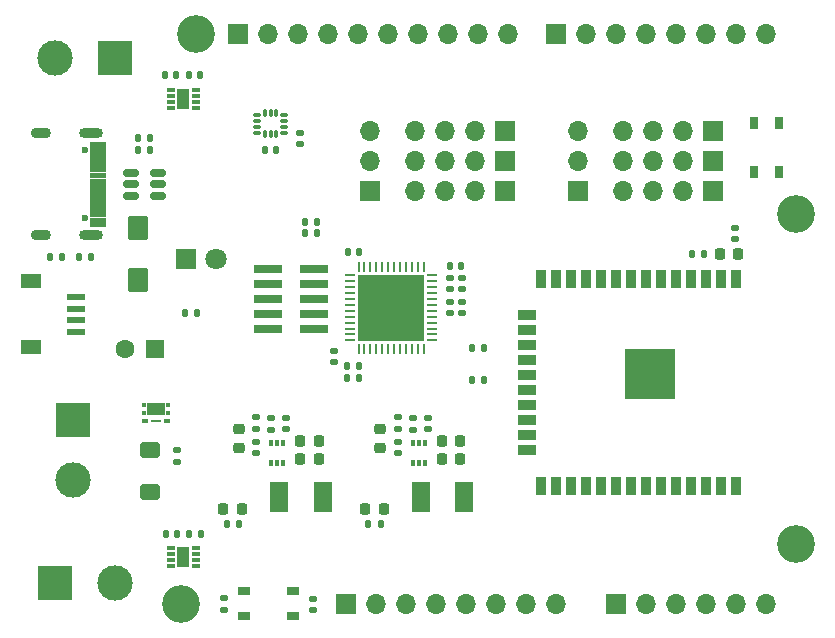
<source format=gbr>
%TF.GenerationSoftware,KiCad,Pcbnew,7.0.1*%
%TF.CreationDate,2023-08-18T21:24:28+01:00*%
%TF.ProjectId,101 PCB,31303120-5043-4422-9e6b-696361645f70,rev?*%
%TF.SameCoordinates,Original*%
%TF.FileFunction,Soldermask,Top*%
%TF.FilePolarity,Negative*%
%FSLAX46Y46*%
G04 Gerber Fmt 4.6, Leading zero omitted, Abs format (unit mm)*
G04 Created by KiCad (PCBNEW 7.0.1) date 2023-08-18 21:24:28*
%MOMM*%
%LPD*%
G01*
G04 APERTURE LIST*
G04 Aperture macros list*
%AMRoundRect*
0 Rectangle with rounded corners*
0 $1 Rounding radius*
0 $2 $3 $4 $5 $6 $7 $8 $9 X,Y pos of 4 corners*
0 Add a 4 corners polygon primitive as box body*
4,1,4,$2,$3,$4,$5,$6,$7,$8,$9,$2,$3,0*
0 Add four circle primitives for the rounded corners*
1,1,$1+$1,$2,$3*
1,1,$1+$1,$4,$5*
1,1,$1+$1,$6,$7*
1,1,$1+$1,$8,$9*
0 Add four rect primitives between the rounded corners*
20,1,$1+$1,$2,$3,$4,$5,0*
20,1,$1+$1,$4,$5,$6,$7,0*
20,1,$1+$1,$6,$7,$8,$9,0*
20,1,$1+$1,$8,$9,$2,$3,0*%
G04 Aperture macros list end*
%ADD10C,0.010000*%
%ADD11R,0.300000X0.475000*%
%ADD12RoundRect,0.135000X-0.135000X-0.185000X0.135000X-0.185000X0.135000X0.185000X-0.135000X0.185000X0*%
%ADD13RoundRect,0.135000X0.135000X0.185000X-0.135000X0.185000X-0.135000X-0.185000X0.135000X-0.185000X0*%
%ADD14C,3.200000*%
%ADD15R,1.700000X1.700000*%
%ADD16O,1.700000X1.700000*%
%ADD17R,3.000000X3.000000*%
%ADD18C,3.000000*%
%ADD19RoundRect,0.236111X0.613889X-0.813889X0.613889X0.813889X-0.613889X0.813889X-0.613889X-0.813889X0*%
%ADD20RoundRect,0.140000X0.170000X-0.140000X0.170000X0.140000X-0.170000X0.140000X-0.170000X-0.140000X0*%
%ADD21RoundRect,0.140000X-0.170000X0.140000X-0.170000X-0.140000X0.170000X-0.140000X0.170000X0.140000X0*%
%ADD22RoundRect,0.140000X-0.140000X-0.170000X0.140000X-0.170000X0.140000X0.170000X-0.140000X0.170000X0*%
%ADD23RoundRect,0.087500X-0.225000X-0.087500X0.225000X-0.087500X0.225000X0.087500X-0.225000X0.087500X0*%
%ADD24RoundRect,0.087500X-0.087500X-0.225000X0.087500X-0.225000X0.087500X0.225000X-0.087500X0.225000X0*%
%ADD25RoundRect,0.225000X0.250000X-0.225000X0.250000X0.225000X-0.250000X0.225000X-0.250000X-0.225000X0*%
%ADD26RoundRect,0.140000X0.140000X0.170000X-0.140000X0.170000X-0.140000X-0.170000X0.140000X-0.170000X0*%
%ADD27C,0.600000*%
%ADD28O,2.000000X0.900000*%
%ADD29O,1.700000X0.900000*%
%ADD30R,0.700000X0.300000*%
%ADD31R,1.000000X1.700000*%
%ADD32R,1.050000X0.650000*%
%ADD33RoundRect,0.135000X-0.185000X0.135000X-0.185000X-0.135000X0.185000X-0.135000X0.185000X0.135000X0*%
%ADD34R,0.900000X1.500000*%
%ADD35R,1.500000X0.900000*%
%ADD36R,4.200000X4.200000*%
%ADD37RoundRect,0.250000X0.600000X-0.400000X0.600000X0.400000X-0.600000X0.400000X-0.600000X-0.400000X0*%
%ADD38R,1.550000X0.600000*%
%ADD39R,1.800000X1.200000*%
%ADD40R,1.600000X1.600000*%
%ADD41C,1.600000*%
%ADD42RoundRect,0.218750X-0.218750X-0.256250X0.218750X-0.256250X0.218750X0.256250X-0.218750X0.256250X0*%
%ADD43R,0.650000X1.050000*%
%ADD44RoundRect,0.225000X0.225000X0.250000X-0.225000X0.250000X-0.225000X-0.250000X0.225000X-0.250000X0*%
%ADD45R,1.500000X2.500000*%
%ADD46R,0.350000X0.400000*%
%ADD47R,0.500000X0.400000*%
%ADD48R,0.920000X0.285000*%
%ADD49R,1.600000X1.050000*%
%ADD50RoundRect,0.225000X-0.225000X-0.250000X0.225000X-0.250000X0.225000X0.250000X-0.225000X0.250000X0*%
%ADD51RoundRect,0.135000X0.185000X-0.135000X0.185000X0.135000X-0.185000X0.135000X-0.185000X-0.135000X0*%
%ADD52RoundRect,0.150000X0.512500X0.150000X-0.512500X0.150000X-0.512500X-0.150000X0.512500X-0.150000X0*%
%ADD53RoundRect,0.062500X0.062500X-0.375000X0.062500X0.375000X-0.062500X0.375000X-0.062500X-0.375000X0*%
%ADD54RoundRect,0.062500X0.375000X-0.062500X0.375000X0.062500X-0.375000X0.062500X-0.375000X-0.062500X0*%
%ADD55R,5.600000X5.600000*%
%ADD56R,2.400000X0.740000*%
%ADD57R,1.800000X1.800000*%
%ADD58C,1.800000*%
G04 APERTURE END LIST*
%TO.C,J101*%
D10*
X115170000Y-74850000D02*
X113930000Y-74850000D01*
X113930000Y-74150000D01*
X115170000Y-74150000D01*
X115170000Y-74850000D01*
G36*
X115170000Y-74850000D02*
G01*
X113930000Y-74850000D01*
X113930000Y-74150000D01*
X115170000Y-74150000D01*
X115170000Y-74850000D01*
G37*
X115170000Y-75650000D02*
X113930000Y-75650000D01*
X113930000Y-74950000D01*
X115170000Y-74950000D01*
X115170000Y-75650000D01*
G36*
X115170000Y-75650000D02*
G01*
X113930000Y-75650000D01*
X113930000Y-74950000D01*
X115170000Y-74950000D01*
X115170000Y-75650000D01*
G37*
X115170000Y-76150000D02*
X113930000Y-76150000D01*
X113930000Y-75750000D01*
X115170000Y-75750000D01*
X115170000Y-76150000D01*
G36*
X115170000Y-76150000D02*
G01*
X113930000Y-76150000D01*
X113930000Y-75750000D01*
X115170000Y-75750000D01*
X115170000Y-76150000D01*
G37*
X115170000Y-76650000D02*
X113930000Y-76650000D01*
X113930000Y-76250000D01*
X115170000Y-76250000D01*
X115170000Y-76650000D01*
G36*
X115170000Y-76650000D02*
G01*
X113930000Y-76650000D01*
X113930000Y-76250000D01*
X115170000Y-76250000D01*
X115170000Y-76650000D01*
G37*
X115170000Y-77150000D02*
X113930000Y-77150000D01*
X113930000Y-76750000D01*
X115170000Y-76750000D01*
X115170000Y-77150000D01*
G36*
X115170000Y-77150000D02*
G01*
X113930000Y-77150000D01*
X113930000Y-76750000D01*
X115170000Y-76750000D01*
X115170000Y-77150000D01*
G37*
X115170000Y-77650000D02*
X113930000Y-77650000D01*
X113930000Y-77250000D01*
X115170000Y-77250000D01*
X115170000Y-77650000D01*
G36*
X115170000Y-77650000D02*
G01*
X113930000Y-77650000D01*
X113930000Y-77250000D01*
X115170000Y-77250000D01*
X115170000Y-77650000D01*
G37*
X115170000Y-78150000D02*
X113930000Y-78150000D01*
X113930000Y-77750000D01*
X115170000Y-77750000D01*
X115170000Y-78150000D01*
G36*
X115170000Y-78150000D02*
G01*
X113930000Y-78150000D01*
X113930000Y-77750000D01*
X115170000Y-77750000D01*
X115170000Y-78150000D01*
G37*
X115170000Y-78650000D02*
X113930000Y-78650000D01*
X113930000Y-78250000D01*
X115170000Y-78250000D01*
X115170000Y-78650000D01*
G36*
X115170000Y-78650000D02*
G01*
X113930000Y-78650000D01*
X113930000Y-78250000D01*
X115170000Y-78250000D01*
X115170000Y-78650000D01*
G37*
X115170000Y-79150000D02*
X113930000Y-79150000D01*
X113930000Y-78750000D01*
X115170000Y-78750000D01*
X115170000Y-79150000D01*
G36*
X115170000Y-79150000D02*
G01*
X113930000Y-79150000D01*
X113930000Y-78750000D01*
X115170000Y-78750000D01*
X115170000Y-79150000D01*
G37*
X115170000Y-79650000D02*
X113930000Y-79650000D01*
X113930000Y-79250000D01*
X115170000Y-79250000D01*
X115170000Y-79650000D01*
G36*
X115170000Y-79650000D02*
G01*
X113930000Y-79650000D01*
X113930000Y-79250000D01*
X115170000Y-79250000D01*
X115170000Y-79650000D01*
G37*
X115170000Y-80450000D02*
X113930000Y-80450000D01*
X113930000Y-79750000D01*
X115170000Y-79750000D01*
X115170000Y-80450000D01*
G36*
X115170000Y-80450000D02*
G01*
X113930000Y-80450000D01*
X113930000Y-79750000D01*
X115170000Y-79750000D01*
X115170000Y-80450000D01*
G37*
X115170000Y-81250000D02*
X113930000Y-81250000D01*
X113930000Y-80550000D01*
X115170000Y-80550000D01*
X115170000Y-81250000D01*
G36*
X115170000Y-81250000D02*
G01*
X113930000Y-81250000D01*
X113930000Y-80550000D01*
X115170000Y-80550000D01*
X115170000Y-81250000D01*
G37*
%TD*%
D11*
%TO.C,IC103*%
X141250000Y-101338000D03*
X141750000Y-101338000D03*
X142250000Y-101338000D03*
X142250000Y-99662000D03*
X141750000Y-99662000D03*
X141250000Y-99662000D03*
%TD*%
%TO.C,IC101*%
X129250000Y-101338000D03*
X129750000Y-101338000D03*
X130250000Y-101338000D03*
X130250000Y-99662000D03*
X129750000Y-99662000D03*
X129250000Y-99662000D03*
%TD*%
D12*
%TO.C,R5*%
X110490000Y-83900000D03*
X111510000Y-83900000D03*
%TD*%
D13*
%TO.C,R4*%
X114010000Y-83900000D03*
X112990000Y-83900000D03*
%TD*%
D14*
%TO.C,A101*%
X121630000Y-113260000D03*
X122900000Y-65000000D03*
X173700000Y-108180000D03*
X173700000Y-80240000D03*
%TD*%
D15*
%TO.C,J1*%
X126460000Y-65001000D03*
D16*
X129000000Y-65001000D03*
X131540000Y-65001000D03*
X134080000Y-65001000D03*
X136620000Y-65001000D03*
X139160000Y-65001000D03*
X141700000Y-65001000D03*
X144240000Y-65001000D03*
X146780000Y-65001000D03*
X149320000Y-65001000D03*
%TD*%
D15*
%TO.C,J5*%
X158455000Y-113260000D03*
D16*
X160995000Y-113260000D03*
X163535000Y-113260000D03*
X166075000Y-113260000D03*
X168615000Y-113260000D03*
X171155000Y-113260000D03*
%TD*%
D15*
%TO.C,J4*%
X135597000Y-113264000D03*
D16*
X138137000Y-113264000D03*
X140677000Y-113264000D03*
X143217000Y-113264000D03*
X145757000Y-113264000D03*
X148297000Y-113264000D03*
X150837000Y-113264000D03*
X153377000Y-113264000D03*
%TD*%
D15*
%TO.C,J3*%
X153382000Y-65003000D03*
D16*
X155922000Y-65003000D03*
X158462000Y-65003000D03*
X161002000Y-65003000D03*
X163542000Y-65003000D03*
X166082000Y-65003000D03*
X168622000Y-65003000D03*
X171162000Y-65003000D03*
%TD*%
D17*
%TO.C,J110*%
X112500000Y-97710000D03*
D18*
X112500000Y-102790000D03*
%TD*%
D19*
%TO.C,D2*%
X117998980Y-85800560D03*
X117998980Y-81400560D03*
%TD*%
D15*
%TO.C,J106*%
X166630000Y-75750000D03*
D16*
X164090000Y-75750000D03*
X161550000Y-75750000D03*
X159010000Y-75750000D03*
%TD*%
D20*
%TO.C,C125*%
X145400000Y-86617500D03*
X145400000Y-85657500D03*
%TD*%
D21*
%TO.C,C117*%
X134537500Y-91820000D03*
X134537500Y-92780000D03*
%TD*%
D22*
%TO.C,C116*%
X120270000Y-68500000D03*
X121230000Y-68500000D03*
%TD*%
D23*
%TO.C,U104*%
X128037500Y-71850000D03*
X128037500Y-72350000D03*
X128037500Y-72850000D03*
X128037500Y-73350000D03*
D24*
X128700000Y-73512500D03*
X129200000Y-73512500D03*
X129700000Y-73512500D03*
D23*
X130362500Y-73350000D03*
X130362500Y-72850000D03*
X130362500Y-72350000D03*
X130362500Y-71850000D03*
D24*
X129700000Y-71687500D03*
X129200000Y-71687500D03*
X128700000Y-71687500D03*
%TD*%
D21*
%TO.C,C126*%
X144400000Y-87657500D03*
X144400000Y-88617500D03*
%TD*%
D25*
%TO.C,C105*%
X126500000Y-100025000D03*
X126500000Y-98475000D03*
%TD*%
D21*
%TO.C,C1*%
X168500000Y-81420000D03*
X168500000Y-82380000D03*
%TD*%
D20*
%TO.C,C107*%
X140000000Y-100480000D03*
X140000000Y-99520000D03*
%TD*%
D26*
%TO.C,C122*%
X136645151Y-93137786D03*
X135685151Y-93137786D03*
%TD*%
D27*
%TO.C,J101*%
X113480000Y-74810000D03*
X113480000Y-80590000D03*
D28*
X113970000Y-73375000D03*
X113970000Y-82025000D03*
D29*
X109800000Y-73375000D03*
X109800000Y-82025000D03*
%TD*%
D15*
%TO.C,J108*%
X166630000Y-73210000D03*
D16*
X164090000Y-73210000D03*
X161550000Y-73210000D03*
X159010000Y-73210000D03*
%TD*%
D12*
%TO.C,R106*%
X137490000Y-106500000D03*
X138510000Y-106500000D03*
%TD*%
D30*
%TO.C,IC105*%
X120750000Y-69750000D03*
X120750000Y-70250000D03*
X120750000Y-70750000D03*
X120750000Y-71250000D03*
X122850000Y-71250000D03*
X122850000Y-70750000D03*
X122850000Y-70250000D03*
X122850000Y-69750000D03*
D31*
X121800000Y-70500000D03*
%TD*%
D20*
%TO.C,C118*%
X132750000Y-113780000D03*
X132750000Y-112820000D03*
%TD*%
D12*
%TO.C,R109*%
X117990000Y-74810000D03*
X119010000Y-74810000D03*
%TD*%
D13*
%TO.C,R3*%
X123010000Y-88600000D03*
X121990000Y-88600000D03*
%TD*%
D32*
%TO.C,S101*%
X131075000Y-114325000D03*
X126925000Y-114325000D03*
X131075000Y-112175000D03*
X126925000Y-112175000D03*
%TD*%
D22*
%TO.C,C112*%
X128720000Y-74850000D03*
X129680000Y-74850000D03*
%TD*%
D12*
%TO.C,R114*%
X146290000Y-94300000D03*
X147310000Y-94300000D03*
%TD*%
D15*
%TO.C,J109*%
X149090000Y-73210000D03*
D16*
X146550000Y-73210000D03*
X144010000Y-73210000D03*
X141470000Y-73210000D03*
%TD*%
D33*
%TO.C,R104*%
X141250000Y-97490000D03*
X141250000Y-98510000D03*
%TD*%
D25*
%TO.C,C106*%
X138500000Y-100025000D03*
X138500000Y-98475000D03*
%TD*%
D15*
%TO.C,JP102*%
X137660000Y-78290000D03*
D16*
X137660000Y-75750000D03*
X137660000Y-73210000D03*
%TD*%
D12*
%TO.C,R111*%
X132090000Y-81880000D03*
X133110000Y-81880000D03*
%TD*%
D20*
%TO.C,C102*%
X128000000Y-100480000D03*
X128000000Y-99520000D03*
%TD*%
D34*
%TO.C,U101*%
X168635000Y-85750000D03*
X167365000Y-85750000D03*
X166095000Y-85750000D03*
X164825000Y-85750000D03*
X163555000Y-85750000D03*
X162285000Y-85750000D03*
X161015000Y-85750000D03*
X159745000Y-85750000D03*
X158475000Y-85750000D03*
X157205000Y-85750000D03*
X155935000Y-85750000D03*
X154665000Y-85750000D03*
X153395000Y-85750000D03*
X152125000Y-85750000D03*
D35*
X150875000Y-88790000D03*
X150875000Y-90060000D03*
X150875000Y-91330000D03*
X150875000Y-92600000D03*
X150875000Y-93870000D03*
X150875000Y-95140000D03*
X150875000Y-96410000D03*
X150875000Y-97680000D03*
X150875000Y-98950000D03*
X150875000Y-100220000D03*
D34*
X152125000Y-103250000D03*
X153395000Y-103250000D03*
X154665000Y-103250000D03*
X155935000Y-103250000D03*
X157205000Y-103250000D03*
X158475000Y-103250000D03*
X159745000Y-103250000D03*
X161015000Y-103250000D03*
X162285000Y-103250000D03*
X163555000Y-103250000D03*
X164825000Y-103250000D03*
X166095000Y-103250000D03*
X167365000Y-103250000D03*
X168635000Y-103250000D03*
D27*
X162057500Y-92295000D03*
X160532500Y-92295000D03*
X162820000Y-93057500D03*
X161295000Y-93057500D03*
X159770000Y-93057500D03*
X162057500Y-93820000D03*
D36*
X161295000Y-93820000D03*
D27*
X160532500Y-93820000D03*
X162820000Y-94582500D03*
X161295000Y-94582500D03*
X159770000Y-94582500D03*
X162057500Y-95345000D03*
X160532500Y-95345000D03*
%TD*%
D37*
%TO.C,D104*%
X119000000Y-103750000D03*
X119000000Y-100250000D03*
%TD*%
D26*
%TO.C,C113*%
X123280000Y-107300000D03*
X122320000Y-107300000D03*
%TD*%
D33*
%TO.C,R101*%
X129250000Y-97490000D03*
X129250000Y-98510000D03*
%TD*%
D38*
%TO.C,J111*%
X112750000Y-87250000D03*
X112750000Y-88250000D03*
X112750000Y-89250000D03*
X112750000Y-90250000D03*
D39*
X108875000Y-85950000D03*
X108875000Y-91550000D03*
%TD*%
D40*
%TO.C,C119*%
X119405113Y-91700000D03*
D41*
X116905113Y-91700000D03*
%TD*%
D42*
%TO.C,D101*%
X125212500Y-105250000D03*
X126787500Y-105250000D03*
%TD*%
D12*
%TO.C,R1*%
X164890000Y-83600000D03*
X165910000Y-83600000D03*
%TD*%
D43*
%TO.C,S102*%
X172275000Y-72525000D03*
X172275000Y-76675000D03*
X170125000Y-72525000D03*
X170125000Y-76675000D03*
%TD*%
D15*
%TO.C,J105*%
X149090000Y-78290000D03*
D16*
X146550000Y-78290000D03*
X144010000Y-78290000D03*
X141470000Y-78290000D03*
%TD*%
D13*
%TO.C,R110*%
X119010000Y-73810000D03*
X117990000Y-73810000D03*
%TD*%
D44*
%TO.C,C104*%
X133275000Y-101000000D03*
X131725000Y-101000000D03*
%TD*%
D17*
%TO.C,J102*%
X110960000Y-111500000D03*
D18*
X116040000Y-111500000D03*
%TD*%
D12*
%TO.C,R103*%
X125490000Y-106500000D03*
X126510000Y-106500000D03*
%TD*%
D15*
%TO.C,J107*%
X149090000Y-75750000D03*
D16*
X146550000Y-75750000D03*
X144010000Y-75750000D03*
X141470000Y-75750000D03*
%TD*%
D15*
%TO.C,J104*%
X166630000Y-78290000D03*
D16*
X164090000Y-78290000D03*
X161550000Y-78290000D03*
X159010000Y-78290000D03*
%TD*%
D45*
%TO.C,L102*%
X141900000Y-104250000D03*
X145600000Y-104250000D03*
%TD*%
D33*
%TO.C,R108*%
X121250000Y-100240000D03*
X121250000Y-101260000D03*
%TD*%
D46*
%TO.C,Q101*%
X118525000Y-96450000D03*
X118525000Y-97100000D03*
D47*
X118600000Y-97750000D03*
X120400000Y-97750000D03*
D46*
X120475000Y-97100000D03*
X120475000Y-96450000D03*
D48*
X119500000Y-97750000D03*
D49*
X119500000Y-96775000D03*
%TD*%
D33*
%TO.C,R102*%
X128000000Y-97470000D03*
X128000000Y-98490000D03*
%TD*%
D44*
%TO.C,C103*%
X133275000Y-99500000D03*
X131725000Y-99500000D03*
%TD*%
D45*
%TO.C,L101*%
X129900000Y-104250000D03*
X133600000Y-104250000D03*
%TD*%
D22*
%TO.C,C114*%
X120320000Y-107300000D03*
X121280000Y-107300000D03*
%TD*%
D26*
%TO.C,C124*%
X136680000Y-83500000D03*
X135720000Y-83500000D03*
%TD*%
D44*
%TO.C,C110*%
X145275000Y-101000000D03*
X143725000Y-101000000D03*
%TD*%
%TO.C,C109*%
X145275000Y-99500000D03*
X143725000Y-99500000D03*
%TD*%
D50*
%TO.C,C2*%
X167225000Y-83600000D03*
X168775000Y-83600000D03*
%TD*%
D21*
%TO.C,C111*%
X131700000Y-73370000D03*
X131700000Y-74330000D03*
%TD*%
D22*
%TO.C,C120*%
X144400000Y-84637500D03*
X145360000Y-84637500D03*
%TD*%
D15*
%TO.C,JP101*%
X155200000Y-78290000D03*
D16*
X155200000Y-75750000D03*
X155200000Y-73210000D03*
%TD*%
D26*
%TO.C,C121*%
X136645151Y-94137786D03*
X135685151Y-94137786D03*
%TD*%
%TO.C,C115*%
X123230000Y-68500000D03*
X122270000Y-68500000D03*
%TD*%
D17*
%TO.C,J103*%
X116040000Y-67000000D03*
D18*
X110960000Y-67000000D03*
%TD*%
D33*
%TO.C,R105*%
X140000000Y-97470000D03*
X140000000Y-98490000D03*
%TD*%
D12*
%TO.C,R2*%
X146240000Y-91600000D03*
X147260000Y-91600000D03*
%TD*%
D51*
%TO.C,R107*%
X125250000Y-113760000D03*
X125250000Y-112740000D03*
%TD*%
D52*
%TO.C,U103*%
X119637500Y-78700000D03*
X119637500Y-77750000D03*
X119637500Y-76800000D03*
X117362500Y-76800000D03*
X117362500Y-77750000D03*
X117362500Y-78700000D03*
%TD*%
D20*
%TO.C,C101*%
X130500000Y-98480000D03*
X130500000Y-97520000D03*
%TD*%
D53*
%TO.C,U106*%
X136650000Y-91637500D03*
X137150000Y-91637500D03*
X137650000Y-91637500D03*
X138150000Y-91637500D03*
X138650000Y-91637500D03*
X139150000Y-91637500D03*
X139650000Y-91637500D03*
X140150000Y-91637500D03*
X140650000Y-91637500D03*
X141150000Y-91637500D03*
X141650000Y-91637500D03*
X142150000Y-91637500D03*
D54*
X142837500Y-90950000D03*
X142837500Y-90450000D03*
X142837500Y-89950000D03*
X142837500Y-89450000D03*
X142837500Y-88950000D03*
X142837500Y-88450000D03*
X142837500Y-87950000D03*
X142837500Y-87450000D03*
X142837500Y-86950000D03*
X142837500Y-86450000D03*
X142837500Y-85950000D03*
X142837500Y-85450000D03*
D53*
X142150000Y-84762500D03*
X141650000Y-84762500D03*
X141150000Y-84762500D03*
X140650000Y-84762500D03*
X140150000Y-84762500D03*
X139650000Y-84762500D03*
X139150000Y-84762500D03*
X138650000Y-84762500D03*
X138150000Y-84762500D03*
X137650000Y-84762500D03*
X137150000Y-84762500D03*
X136650000Y-84762500D03*
D54*
X135962500Y-85450000D03*
X135962500Y-85950000D03*
X135962500Y-86450000D03*
X135962500Y-86950000D03*
X135962500Y-87450000D03*
X135962500Y-87950000D03*
X135962500Y-88450000D03*
X135962500Y-88950000D03*
X135962500Y-89450000D03*
X135962500Y-89950000D03*
X135962500Y-90450000D03*
X135962500Y-90950000D03*
D55*
X139400000Y-88200000D03*
%TD*%
D20*
%TO.C,C108*%
X142500000Y-98480000D03*
X142500000Y-97520000D03*
%TD*%
%TO.C,C123*%
X144400000Y-86637500D03*
X144400000Y-85677500D03*
%TD*%
D42*
%TO.C,D102*%
X137212500Y-105250000D03*
X138787500Y-105250000D03*
%TD*%
D21*
%TO.C,C127*%
X145400000Y-87657500D03*
X145400000Y-88617500D03*
%TD*%
D56*
%TO.C,J2*%
X128944000Y-84909000D03*
X132844000Y-84909000D03*
X128944000Y-86179000D03*
X132844000Y-86179000D03*
X128944000Y-87449000D03*
X132844000Y-87449000D03*
X128944000Y-88719000D03*
X132844000Y-88719000D03*
X128944000Y-89989000D03*
X132844000Y-89989000D03*
%TD*%
D13*
%TO.C,R112*%
X133110000Y-80900000D03*
X132090000Y-80900000D03*
%TD*%
D30*
%TO.C,IC104*%
X120750000Y-108550000D03*
X120750000Y-109050000D03*
X120750000Y-109550000D03*
X120750000Y-110050000D03*
X122850000Y-110050000D03*
X122850000Y-109550000D03*
X122850000Y-109050000D03*
X122850000Y-108550000D03*
D31*
X121800000Y-109300000D03*
%TD*%
D57*
%TO.C,D1*%
X122000000Y-84100000D03*
D58*
X124540000Y-84100000D03*
%TD*%
M02*

</source>
